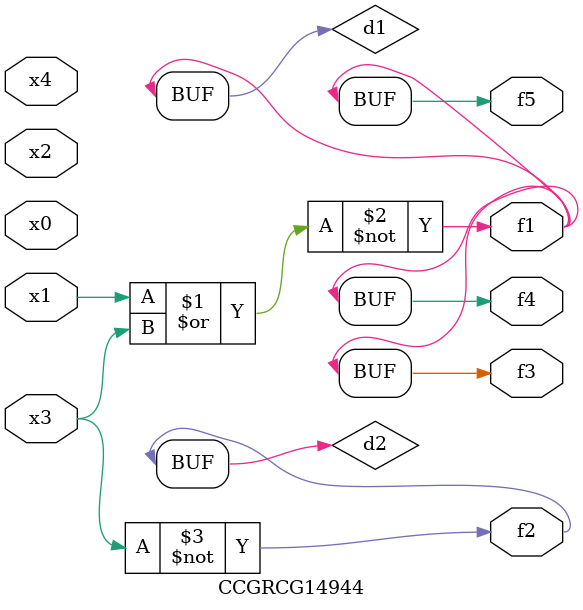
<source format=v>
module CCGRCG14944(
	input x0, x1, x2, x3, x4,
	output f1, f2, f3, f4, f5
);

	wire d1, d2;

	nor (d1, x1, x3);
	not (d2, x3);
	assign f1 = d1;
	assign f2 = d2;
	assign f3 = d1;
	assign f4 = d1;
	assign f5 = d1;
endmodule

</source>
